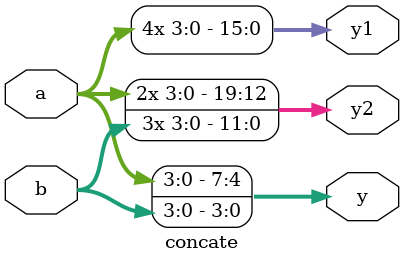
<source format=v>
module concate(
input [3:0]a,b,
output [7:0]y,
output [15:0]y1,
output [19:0]y2);
 assign y={a,b};
assign y1={4{a}};
assign y2={{2{a}},{3{b}}};
endmodule

</source>
